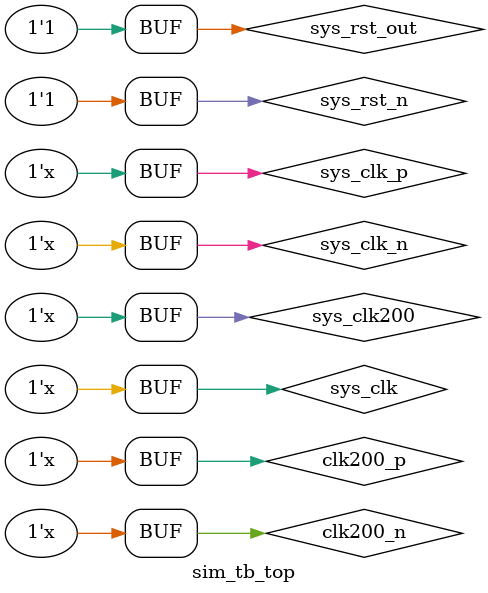
<source format=v>

`timescale 1ns / 1ps

module sim_tb_top;

  // memory controller parameters
   parameter BANK_WIDTH            = 2;      // # of memory bank addr bits
   parameter CKE_WIDTH             = 1;      // # of memory clock enable outputs
   parameter CLK_WIDTH             = 2;      // # of clock outputs
   parameter CLK_TYPE              = "SINGLE_ENDED";       // # of clock type
   parameter COL_WIDTH             = 10;     // # of memory column bits
   parameter CS_NUM                = 1;      // # of separate memory chip selects
   parameter CS_WIDTH              = 1;      // # of total memory chip selects
   parameter CS_BITS               = 0;      // set to log2(CS_NUM) (rounded up)
   parameter DM_WIDTH              = 8;      // # of data mask bits
   parameter DQ_WIDTH              = 64;      // # of data width
   parameter DQ_PER_DQS            = 8;      // # of DQ data bits per strobe
   parameter DQS_WIDTH             = 8;      // # of DQS strobes
   parameter DQ_BITS               = 6;      // set to log2(DQS_WIDTH*DQ_PER_DQS)
   parameter DQS_BITS              = 3;      // set to log2(DQS_WIDTH)
   parameter HIGH_PERFORMANCE_MODE = "TRUE"; // Sets the performance mode for IODELAY elements
   parameter ODT_WIDTH             = 1;      // # of memory on-die term enables
   parameter ROW_WIDTH             = 13;     // # of memory row & # of addr bits
   parameter APPDATA_WIDTH         = 128;     // # of usr read/write data bus bits
   parameter ADDITIVE_LAT          = 0;      // additive write latency
   parameter BURST_LEN             = 4;      // burst length (in double words)
   parameter BURST_TYPE            = 0;      // burst type (=0 seq; =1 interlved)
   parameter CAS_LAT               = 4;      // CAS latency
   parameter ECC_ENABLE            = 0;      // enable ECC (=1 enable)
   parameter MULTI_BANK_EN         = 1;      // enable bank management
   parameter TWO_T_TIME_EN         = 1;      // 2t timing for unbuffered dimms
   parameter ODT_TYPE              = 1;      // ODT (=0(none),=1(75),=2(150),=3(50))
   parameter REDUCE_DRV            = 0;      // reduced strength mem I/O (=1 yes)
   parameter REG_ENABLE            = 0;      // registered addr/ctrl (=1 yes)
   parameter TREFI_NS              = 7800;   // auto refresh interval (ns)
   parameter TRAS                  = 40000;  // active->precharge delay
   parameter TRCD                  = 15000;  // active->read/write delay
   parameter TRFC                  = 105000;  // ref->ref, ref->active delay
   parameter TRP                   = 15000;  // precharge->command delay
   parameter TRTP                  = 7500;   // read->precharge delay
   parameter TWR                   = 15000;  // used to determine wr->prech
   parameter TWTR                  = 7500;   // write->read delay
   parameter SIM_ONLY              = 1;      // = 0 to allow power up delay
   parameter DEBUG_EN              = 0;      // Enable debug signals/controls
   parameter RST_ACT_LOW           = 1;      // =1 for active low reset, =0 for active high
   parameter DLL_FREQ_MODE         = "HIGH"; // DCM Frequency range
   parameter CLK_PERIOD            = 3750;   // Core/Mem clk period (in ps)

   localparam DEVICE_WIDTH    = 16;      // Memory device data width
   localparam real CLK_PERIOD_NS   = CLK_PERIOD / 1000.0;
   localparam real TCYC_200           = 5.0;
   localparam real TPROP_DQS          = 0.01;  // Delay for DQS signal during Write Operation
   localparam real TPROP_DQS_RD       = 0.01;  // Delay for DQS signal during Read Operation
   localparam real TPROP_PCB_CTRL     = 0.01;  // Delay for Address and Ctrl signals
   localparam real TPROP_PCB_DATA     = 0.01;  // Delay for data signal during Write operation
   localparam real TPROP_PCB_DATA_RD  = 0.01;  // Delay for data signal during Read operation

   
   reg                           sys_clk;
   wire                          sys_clk_n;
   wire                          sys_clk_p;
   reg                           sys_clk200;
   wire                          clk200_n;
   wire                          clk200_p;
   reg                           sys_rst_n;
   wire                          sys_rst_out;


   wire [DQ_WIDTH-1:0]          ddr2_dq_sdram;
   wire [DQS_WIDTH-1:0]         ddr2_dqs_sdram;
   wire [DQS_WIDTH-1:0]         ddr2_dqs_n_sdram;
   wire [DM_WIDTH-1:0]          ddr2_dm_sdram;
   reg [DM_WIDTH-1:0]           ddr2_dm_sdram_tmp;
   reg [CLK_WIDTH-1:0]          ddr2_clk_sdram;
   reg [CLK_WIDTH-1:0]          ddr2_clk_n_sdram;
   reg [ROW_WIDTH-1:0]          ddr2_address_sdram;
   reg [BANK_WIDTH-1:0]         ddr2_ba_sdram;
   reg                          ddr2_ras_n_sdram;
   reg                          ddr2_cas_n_sdram;
   reg                          ddr2_we_n_sdram;
   reg [CS_WIDTH-1:0]           ddr2_cs_n_sdram;
   reg [CKE_WIDTH-1:0]          ddr2_cke_sdram;
   reg [ODT_WIDTH-1:0]          ddr2_odt_sdram;


   wire [DQ_WIDTH-1:0]          ddr2_dq_fpga;
   wire [DQS_WIDTH-1:0]         ddr2_dqs_fpga;
   wire [DQS_WIDTH-1:0]         ddr2_dqs_n_fpga;
   wire [DM_WIDTH-1:0]          ddr2_dm_fpga;
   wire [CLK_WIDTH-1:0]         ddr2_clk_fpga;
   wire [CLK_WIDTH-1:0]         ddr2_clk_n_fpga;
   wire [ROW_WIDTH-1:0]         ddr2_address_fpga;
   wire [BANK_WIDTH-1:0]        ddr2_ba_fpga;
   wire                         ddr2_ras_n_fpga;
   wire                         ddr2_cas_n_fpga;
   wire                         ddr2_we_n_fpga;
   wire [CS_WIDTH-1:0]          ddr2_cs_n_fpga;
   wire [CKE_WIDTH-1:0]         ddr2_cke_fpga;
   wire [ODT_WIDTH-1:0]         ddr2_odt_fpga;

   wire                          error;
   wire                          phy_init_done;
   

   // Only RDIMM memory parts support the reset signal,
   // hence the ddr2_reset_n signal can be ignored for other memory parts
   wire                          ddr2_reset_n;
   reg [ROW_WIDTH-1:0]           ddr2_address_reg;
   reg [BANK_WIDTH-1:0]          ddr2_ba_reg;
   reg [CKE_WIDTH-1:0]           ddr2_cke_reg;
   reg                           ddr2_ras_n_reg;
   reg                           ddr2_cas_n_reg;
   reg                           ddr2_we_n_reg;
   reg [CS_WIDTH-1:0]            ddr2_cs_n_reg;
   reg [ODT_WIDTH-1:0]           ddr2_odt_reg;
   
   wire                          clk0_tb;
   wire                          rst0_tb;
   wire                          app_af_afull;
   wire                          app_wdf_afull;
   wire                          rd_data_valid;
   wire [APPDATA_WIDTH-1:0]      rd_data_fifo_out;
   wire                          app_af_wren;
   wire [2:0]                    app_af_cmd;
   wire [30:0]                   app_af_addr;
   wire                          app_wdf_wren;
   wire [APPDATA_WIDTH-1:0]      app_wdf_data;
   wire [(APPDATA_WIDTH/8)-1:0]  app_wdf_mask_data;
   wire                          error_cmp;

   //***************************************************************************
   // Clock generation and reset
   //***************************************************************************

   initial
     sys_clk = 1'b0;
   always
     sys_clk = #(CLK_PERIOD_NS/2) ~sys_clk;

   assign                sys_clk_p = sys_clk;
   assign                sys_clk_n = ~sys_clk;

   initial
     sys_clk200 = 1'b0;
   always
     sys_clk200 = #(TCYC_200/2) ~sys_clk200;

   assign                clk200_p = sys_clk200;
   assign                clk200_n = ~sys_clk200;

   initial begin
      sys_rst_n = 1'b0;
      #200;
      sys_rst_n = 1'b1;
   end
   assign sys_rst_out = RST_ACT_LOW ? sys_rst_n : ~sys_rst_n;

   


// =============================================================================
//                             BOARD Parameters
// =============================================================================
// These parameter values can be changed to model varying board delays
// between the Virtex-5 device and the memory model


  always @( * ) begin
    ddr2_clk_sdram        <=  #(TPROP_PCB_CTRL) ddr2_clk_fpga;
    ddr2_clk_n_sdram      <=  #(TPROP_PCB_CTRL) ddr2_clk_n_fpga;
    ddr2_address_sdram    <=  #(TPROP_PCB_CTRL) ddr2_address_fpga;
    ddr2_ba_sdram         <=  #(TPROP_PCB_CTRL) ddr2_ba_fpga;
    ddr2_ras_n_sdram      <=  #(TPROP_PCB_CTRL) ddr2_ras_n_fpga;
    ddr2_cas_n_sdram      <=  #(TPROP_PCB_CTRL) ddr2_cas_n_fpga;
    ddr2_we_n_sdram       <=  #(TPROP_PCB_CTRL) ddr2_we_n_fpga;
    ddr2_cs_n_sdram       <=  #(TPROP_PCB_CTRL) ddr2_cs_n_fpga;
    ddr2_cke_sdram        <=  #(TPROP_PCB_CTRL) ddr2_cke_fpga;
    ddr2_odt_sdram        <=  #(TPROP_PCB_CTRL) ddr2_odt_fpga;
    ddr2_dm_sdram_tmp     <=  #(TPROP_PCB_DATA) ddr2_dm_fpga;//DM signal generation
  end

  assign ddr2_dm_sdram = ddr2_dm_sdram_tmp;


// Controlling the bi-directional BUS
  genvar dqwd;
  generate
    for (dqwd = 0;dqwd < DQ_WIDTH;dqwd = dqwd+1) begin : dq_delay
      WireDelay #
       (
        .Delay_g     (TPROP_PCB_DATA),
        .Delay_rd    (TPROP_PCB_DATA_RD)
       )
      u_delay_dq
       (
        .A           (ddr2_dq_fpga[dqwd]),
        .B           (ddr2_dq_sdram[dqwd]),
        .reset       (sys_rst_n)
       );
    end
  endgenerate

  genvar dqswd;
  generate
    for (dqswd = 0;dqswd < DQS_WIDTH;dqswd = dqswd+1) begin : dqs_delay
      WireDelay #
       (
        .Delay_g     (TPROP_DQS),
        .Delay_rd    (TPROP_DQS_RD)
       )
      u_delay_dqs
       (
        .A           (ddr2_dqs_fpga[dqswd]),
        .B           (ddr2_dqs_sdram[dqswd]),
        .reset       (sys_rst_n)
       );

      WireDelay #
       (
        .Delay_g     (TPROP_DQS),
        .Delay_rd    (TPROP_DQS_RD)
       )
      u_delay_dqs_n
       (
        .A           (ddr2_dqs_n_fpga[dqswd]),
        .B           (ddr2_dqs_n_sdram[dqswd]),
        .reset       (sys_rst_n)
       );
    end
  endgenerate



   //***************************************************************************
   // FPGA memory controller
   //***************************************************************************

   mig_user #
     (
      .BANK_WIDTH            (BANK_WIDTH),
      .CKE_WIDTH             (CKE_WIDTH),
      .CLK_WIDTH             (CLK_WIDTH),
      .COL_WIDTH             (COL_WIDTH),
      .CS_NUM                (CS_NUM),
      .CS_WIDTH              (CS_WIDTH),
      .CS_BITS               (CS_BITS),
      .DM_WIDTH                     (DM_WIDTH),
      .DQ_WIDTH              (DQ_WIDTH),
      .DQ_PER_DQS            (DQ_PER_DQS),
      .DQ_BITS               (DQ_BITS),
      .DQS_WIDTH             (DQS_WIDTH),
      .DQS_BITS              (DQS_BITS),
      .HIGH_PERFORMANCE_MODE (HIGH_PERFORMANCE_MODE),
      .ODT_WIDTH             (ODT_WIDTH),
      .ROW_WIDTH             (ROW_WIDTH),
      .APPDATA_WIDTH         (APPDATA_WIDTH),
      .ADDITIVE_LAT          (ADDITIVE_LAT),
      .BURST_LEN             (BURST_LEN),
      .BURST_TYPE            (BURST_TYPE),
      .CAS_LAT               (CAS_LAT),
      .ECC_ENABLE            (ECC_ENABLE),
      .MULTI_BANK_EN         (MULTI_BANK_EN),
      .ODT_TYPE              (ODT_TYPE),
      .REDUCE_DRV            (REDUCE_DRV),
      .REG_ENABLE            (REG_ENABLE),
      .TREFI_NS              (TREFI_NS),
      .TRAS                  (TRAS),
      .TRCD                  (TRCD),
      .TRFC                  (TRFC),
      .TRP                   (TRP),
      .TRTP                  (TRTP),
      .TWR                   (TWR),
      .TWTR                  (TWTR),
      .SIM_ONLY              (SIM_ONLY),
      .RST_ACT_LOW           (RST_ACT_LOW),
      .CLK_TYPE                     (CLK_TYPE),
      .DLL_FREQ_MODE                (DLL_FREQ_MODE),
      .CLK_PERIOD            (CLK_PERIOD)
      )
   u_mem_controller
     (
      .sys_clk           (sys_clk_p),
      .idly_clk_200      (clk200_p),
      .sys_rst_n         (sys_rst_out),
      .ddr2_ras_n        (ddr2_ras_n_fpga),
      .ddr2_cas_n        (ddr2_cas_n_fpga),
      .ddr2_we_n         (ddr2_we_n_fpga),
      .ddr2_cs_n         (ddr2_cs_n_fpga),
      .ddr2_cke          (ddr2_cke_fpga),
      .ddr2_odt          (ddr2_odt_fpga),
      .ddr2_dm           (ddr2_dm_fpga),
      .ddr2_dq           (ddr2_dq_fpga),
      .ddr2_dqs          (ddr2_dqs_fpga),
      .ddr2_dqs_n        (ddr2_dqs_n_fpga),
      .ddr2_ck           (ddr2_clk_fpga),
      .ddr2_ck_n         (ddr2_clk_n_fpga),
      .ddr2_ba           (ddr2_ba_fpga),
      .ddr2_a            (ddr2_address_fpga),
      
      .clk0_tb           (clk0_tb),
      .rst0_tb           (rst0_tb),
      .app_af_afull      (app_af_afull),
      .app_wdf_afull     (app_wdf_afull),
      .rd_data_valid     (rd_data_valid),
      .rd_data_fifo_out  (rd_data_fifo_out),
      .app_af_wren       (app_af_wren),
      .app_af_cmd        (app_af_cmd),
      .app_af_addr       (app_af_addr),
      .app_wdf_wren      (app_wdf_wren),
      .app_wdf_data      (app_wdf_data),
.app_wdf_mask_data (app_wdf_mask_data),
      
      .phy_init_done     (phy_init_done)
      );

   // Extra one clock pipelining for RDIMM address and
   // control signals is implemented here (Implemented external to memory model)
   always @( posedge ddr2_clk_sdram[0] ) begin
      if ( ddr2_reset_n == 1'b0 ) begin
         ddr2_ras_n_reg    <= 1'b1;
         ddr2_cas_n_reg    <= 1'b1;
         ddr2_we_n_reg     <= 1'b1;
         ddr2_cs_n_reg     <= {CS_WIDTH{1'b1}};
         ddr2_odt_reg      <= 1'b0;
      end
      else begin
         ddr2_address_reg  <= #(CLK_PERIOD_NS/2) ddr2_address_sdram;
         ddr2_ba_reg       <= #(CLK_PERIOD_NS/2) ddr2_ba_sdram;
         ddr2_ras_n_reg    <= #(CLK_PERIOD_NS/2) ddr2_ras_n_sdram;
         ddr2_cas_n_reg    <= #(CLK_PERIOD_NS/2) ddr2_cas_n_sdram;
         ddr2_we_n_reg     <= #(CLK_PERIOD_NS/2) ddr2_we_n_sdram;
         ddr2_cs_n_reg     <= #(CLK_PERIOD_NS/2) ddr2_cs_n_sdram;
         ddr2_odt_reg      <= #(CLK_PERIOD_NS/2) ddr2_odt_sdram;
      end
   end

   // to avoid tIS violations on CKE when reset is deasserted
   always @( posedge ddr2_clk_n_sdram[0] )
      if ( ddr2_reset_n == 1'b0 )
         ddr2_cke_reg      <= 1'b0;
      else
         ddr2_cke_reg      <= #(CLK_PERIOD_NS) ddr2_cke_sdram;

   //***************************************************************************
   // Memory model instances
   //***************************************************************************
   
   genvar i, j;
   generate
      if (DEVICE_WIDTH == 16) begin
         // if memory part is x16
         if ( REG_ENABLE ) begin
           // if the memory part is Registered DIMM
           for(j = 0; j < CS_NUM; j = j+1) begin : gen_cs
             for(i = 0; i < DQS_WIDTH/2; i = i+1) begin : gen
                ddr2_model u_mem0
                  (
                   .ck        (ddr2_clk_sdram[CLK_WIDTH*i/DQS_WIDTH]),
                   .ck_n      (ddr2_clk_n_sdram[CLK_WIDTH*i/DQS_WIDTH]),
                   .cke       (ddr2_cke_reg[j]),
                   .cs_n      (ddr2_cs_n_reg[CS_WIDTH*i/DQS_WIDTH]),
                   .ras_n     (ddr2_ras_n_reg),
                   .cas_n     (ddr2_cas_n_reg),
                   .we_n      (ddr2_we_n_reg),
                   .dm_rdqs   (ddr2_dm_sdram[(2*(i+1))-1 : i*2]),
                   .ba        (ddr2_ba_reg),
                   .addr      (ddr2_address_reg),
                   .dq        (ddr2_dq_sdram[(16*(i+1))-1 : i*16]),
                   .dqs       (ddr2_dqs_sdram[(2*(i+1))-1 : i*2]),
                   .dqs_n     (ddr2_dqs_n_sdram[(2*(i+1))-1 : i*2]),
                   .rdqs_n    (),
                   .odt       (ddr2_odt_reg[ODT_WIDTH*i/DQS_WIDTH])
                   );
             end
           end
         end
         else begin
             // if the memory part is component or unbuffered DIMM
            if ( DQ_WIDTH%16 ) begin
              // for the memory part x16, if the data width is not multiple
              // of 16, memory models are instantiated for all data with x16
              // memory model and except for MSB data. For the MSB data
              // of 8 bits, all memory data, strobe and mask data signals are
              // replicated to make it as x16 part. For example if the design
              // is generated for data width of 72, memory model x16 parts
              // instantiated for 4 times with data ranging from 0 to 63.
              // For MSB data ranging from 64 to 71, one x16 memory model
              // by replicating the 8-bit data twice and similarly
              // the case with data mask and strobe.
              for(j = 0; j < CS_NUM; j = j+1) begin : gen_cs
                for(i = 0; i < DQ_WIDTH/16 ; i = i+1) begin : gen
                   ddr2_model u_mem0
                     (
                      .ck        (ddr2_clk_sdram[CLK_WIDTH*i/DQS_WIDTH]),
                     .ck_n      (ddr2_clk_n_sdram[CLK_WIDTH*i/DQS_WIDTH]),
                      .cke       (ddr2_cke_sdram[j]),
                      .cs_n      (ddr2_cs_n_sdram[CS_WIDTH*i/DQS_WIDTH]),
                      .ras_n     (ddr2_ras_n_sdram),
                      .cas_n     (ddr2_cas_n_sdram),
                      .we_n      (ddr2_we_n_sdram),
                      .dm_rdqs   (ddr2_dm_sdram[(2*(i+1))-1 : i*2]),
                      .ba        (ddr2_ba_sdram),
                      .addr      (ddr2_address_sdram),
                      .dq        (ddr2_dq_sdram[(16*(i+1))-1 : i*16]),
                      .dqs       (ddr2_dqs_sdram[(2*(i+1))-1 : i*2]),
                      .dqs_n     (ddr2_dqs_n_sdram[(2*(i+1))-1 : i*2]),
                      .rdqs_n    (),
                      .odt       (ddr2_odt_sdram[ODT_WIDTH*i/DQS_WIDTH])
                      );
                end
                   ddr2_model u_mem1
                     (
                      .ck        (ddr2_clk_sdram[CLK_WIDTH-1]),
                      .ck_n      (ddr2_clk_n_sdram[CLK_WIDTH-1]),
                      .cke       (ddr2_cke_sdram[j]),
                      .cs_n      (ddr2_cs_n_sdram[CS_WIDTH-1]),
                      .ras_n     (ddr2_ras_n_sdram),
                      .cas_n     (ddr2_cas_n_sdram),
                      .we_n      (ddr2_we_n_sdram),
                      .dm_rdqs   ({ddr2_dm_sdram[DM_WIDTH - 1],
                                   ddr2_dm_sdram[DM_WIDTH - 1]}),
                      .ba        (ddr2_ba_sdram),
                      .addr      (ddr2_address_sdram),
                      .dq        ({ddr2_dq_sdram[DQ_WIDTH - 1 : DQ_WIDTH - 8],
                                   ddr2_dq_sdram[DQ_WIDTH - 1 : DQ_WIDTH - 8]}),
                      .dqs       ({ddr2_dqs_sdram[DQS_WIDTH - 1],
                                   ddr2_dqs_sdram[DQS_WIDTH - 1]}),
                      .dqs_n     ({ddr2_dqs_n_sdram[DQS_WIDTH - 1],
                                   ddr2_dqs_n_sdram[DQS_WIDTH - 1]}),
                      .rdqs_n    (),
                      .odt       (ddr2_odt_sdram[ODT_WIDTH-1])
                      );
              end
            end
            else begin
              // if the data width is multiple of 16
              for(j = 0; j < CS_NUM; j = j+1) begin : gen_cs
                for(i = 0; i < DQS_WIDTH/2; i = i+1) begin : gen
                   ddr2_model u_mem0
                     (
                      .ck        (ddr2_clk_sdram[CLK_WIDTH*i/DQS_WIDTH]),
                     .ck_n      (ddr2_clk_n_sdram[CLK_WIDTH*i/DQS_WIDTH]),
                      .cke       (ddr2_cke_sdram[j]),
                      .cs_n      (ddr2_cs_n_sdram[CS_WIDTH*i/DQS_WIDTH]),
                      .ras_n     (ddr2_ras_n_sdram),
                      .cas_n     (ddr2_cas_n_sdram),
                      .we_n      (ddr2_we_n_sdram),
                      .dm_rdqs   (ddr2_dm_sdram[(2*(i+1))-1 : i*2]),
                      .ba        (ddr2_ba_sdram),
                      .addr      (ddr2_address_sdram),
                      .dq        (ddr2_dq_sdram[(16*(i+1))-1 : i*16]),
                      .dqs       (ddr2_dqs_sdram[(2*(i+1))-1 : i*2]),
                      .dqs_n     (ddr2_dqs_n_sdram[(2*(i+1))-1 : i*2]),
                      .rdqs_n    (),
                      .odt       (ddr2_odt_sdram[ODT_WIDTH*i/DQS_WIDTH])
                      );
                end
              end
            end
         end

      end else
        if (DEVICE_WIDTH == 8) begin
           // if the memory part is x8
           if ( REG_ENABLE ) begin
             // if the memory part is Registered DIMM
             for(j = 0; j < CS_NUM; j = j+1) begin : gen_cs
               for(i = 0; i < DQ_WIDTH/DQ_PER_DQS; i = i+1) begin : gen
                  ddr2_model u_mem0
                    (
                     .ck        (ddr2_clk_sdram[CLK_WIDTH*i/DQS_WIDTH]),
                     .ck_n      (ddr2_clk_n_sdram[CLK_WIDTH*i/DQS_WIDTH]),
                     .cke       (ddr2_cke_reg[j]),
                     .cs_n      (ddr2_cs_n_reg[CS_WIDTH*i/DQS_WIDTH]),
                     .ras_n     (ddr2_ras_n_reg),
                     .cas_n     (ddr2_cas_n_reg),
                     .we_n      (ddr2_we_n_reg),
                     .dm_rdqs   (ddr2_dm_sdram[i]),
                     .ba        (ddr2_ba_reg),
                     .addr      (ddr2_address_reg),
                     .dq        (ddr2_dq_sdram[(8*(i+1))-1 : i*8]),
                     .dqs       (ddr2_dqs_sdram[i]),
                     .dqs_n     (ddr2_dqs_n_sdram[i]),
                     .rdqs_n    (),
                     .odt       (ddr2_odt_reg[ODT_WIDTH*i/DQS_WIDTH])
                     );
               end
             end
           end
           else begin
             // if the memory part is component or unbuffered DIMM
             for(j = 0; j < CS_NUM; j = j+1) begin : gen_cs
               for(i = 0; i < DQS_WIDTH; i = i+1) begin : gen
                  ddr2_model u_mem0
                    (
                     .ck        (ddr2_clk_sdram[CLK_WIDTH*i/DQS_WIDTH]),
                    .ck_n      (ddr2_clk_n_sdram[CLK_WIDTH*i/DQS_WIDTH]),
                     .cke       (ddr2_cke_sdram[j]),
                     .cs_n      (ddr2_cs_n_sdram[CS_WIDTH*i/DQS_WIDTH]),
                     .ras_n     (ddr2_ras_n_sdram),
                     .cas_n     (ddr2_cas_n_sdram),
                     .we_n      (ddr2_we_n_sdram),
                     .dm_rdqs   (ddr2_dm_sdram[i]),
                     .ba        (ddr2_ba_sdram),
                     .addr      (ddr2_address_sdram),
                     .dq        (ddr2_dq_sdram[(8*(i+1))-1 : i*8]),
                     .dqs       (ddr2_dqs_sdram[i]),
                     .dqs_n     (ddr2_dqs_n_sdram[i]),
                     .rdqs_n    (),
                     .odt       (ddr2_odt_sdram[ODT_WIDTH*i/DQS_WIDTH])
                     );
               end
             end
           end

        end else
          if (DEVICE_WIDTH == 4) begin
             // if the memory part is x4
             if ( REG_ENABLE ) begin
               // if the memory part is Registered DIMM
               for(j = 0; j < CS_NUM; j = j+1) begin : gen_cs
                  for(i = 0; i < DQS_WIDTH; i = i+1) begin : gen
                     ddr2_model u_mem0
                       (
                        .ck        (ddr2_clk_sdram[CLK_WIDTH*i/DQS_WIDTH]),
                        .ck_n      (ddr2_clk_n_sdram[CLK_WIDTH*i/DQS_WIDTH]),
                        .cke       (ddr2_cke_reg[j]),
                        .cs_n      (ddr2_cs_n_reg[CS_WIDTH*i/DQS_WIDTH]),
                        .ras_n     (ddr2_ras_n_reg),
                        .cas_n     (ddr2_cas_n_reg),
                        .we_n      (ddr2_we_n_reg),
                        .dm_rdqs   (ddr2_dm_sdram[i]),
                        .ba        (ddr2_ba_reg),
                        .addr      (ddr2_address_reg),
                        .dq        (ddr2_dq_sdram[(4*(i+1))-1 : i*4]),
                        .dqs       (ddr2_dqs_sdram[i]),
                        .dqs_n     (ddr2_dqs_n_sdram[i]),
                        .rdqs_n    (),
                        .odt       (ddr2_odt_reg[ODT_WIDTH*i/DQS_WIDTH])
                        );
                  end
               end
             end
             else begin
               // if the memory part is component or unbuffered DIMM
               for(j = 0; j < CS_NUM; j = j+1) begin : gen_cs
                 for(i = 0; i < DQS_WIDTH; i = i+1) begin : gen
                    ddr2_model u_mem0
                      (
                       .ck        (ddr2_clk_sdram[CLK_WIDTH*i/DQS_WIDTH]),
                      .ck_n      (ddr2_clk_n_sdram[CLK_WIDTH*i/DQS_WIDTH]),
                       .cke       (ddr2_cke_sdram[j]),
                       .cs_n      (ddr2_cs_n_sdram[CS_WIDTH*i/DQS_WIDTH]),
                       .ras_n     (ddr2_ras_n_sdram),
                       .cas_n     (ddr2_cas_n_sdram),
                       .we_n      (ddr2_we_n_sdram),
                       .dm_rdqs   (ddr2_dm_sdram[i]),
                       .ba        (ddr2_ba_sdram),
                       .addr      (ddr2_address_sdram),
                       .dq        (ddr2_dq_sdram[(4*(i+1))-1 : i*4]),
                       .dqs       (ddr2_dqs_sdram[i]),
                       .dqs_n     (ddr2_dqs_n_sdram[i]),
                       .rdqs_n    (),
                       .odt       (ddr2_odt_sdram[ODT_WIDTH*i/DQS_WIDTH])
                       );
                 end
               end
             end
          end
   endgenerate
   
   // synthesizable test bench provided for wotb designs
   ddr2_tb_top #
     (
      .BANK_WIDTH        (BANK_WIDTH),
      .COL_WIDTH         (COL_WIDTH),
      .DM_WIDTH          (DM_WIDTH),
      .DQ_WIDTH          (DQ_WIDTH),
      .ROW_WIDTH         (ROW_WIDTH),
      .ECC_ENABLE        (ECC_ENABLE),
      .APPDATA_WIDTH     (APPDATA_WIDTH),
      .BURST_LEN         (BURST_LEN)
      )
   u_tb_top
     (
      .clk0              (clk0_tb),
      .rst0              (rst0_tb),
      .app_af_afull      (app_af_afull),
      .app_wdf_afull     (app_wdf_afull),
      .rd_data_valid     (rd_data_valid),
      .rd_data_fifo_out  (rd_data_fifo_out),
      .phy_init_done     (phy_init_done),
      .app_af_wren       (app_af_wren),
      .app_af_cmd        (app_af_cmd),
      .app_af_addr       (app_af_addr),
      .app_wdf_wren      (app_wdf_wren),
      .app_wdf_data      (app_wdf_data),
      .app_wdf_mask_data (app_wdf_mask_data),
      .error             (error),
      .error_cmp         (error_cmp)
      );


endmodule

</source>
